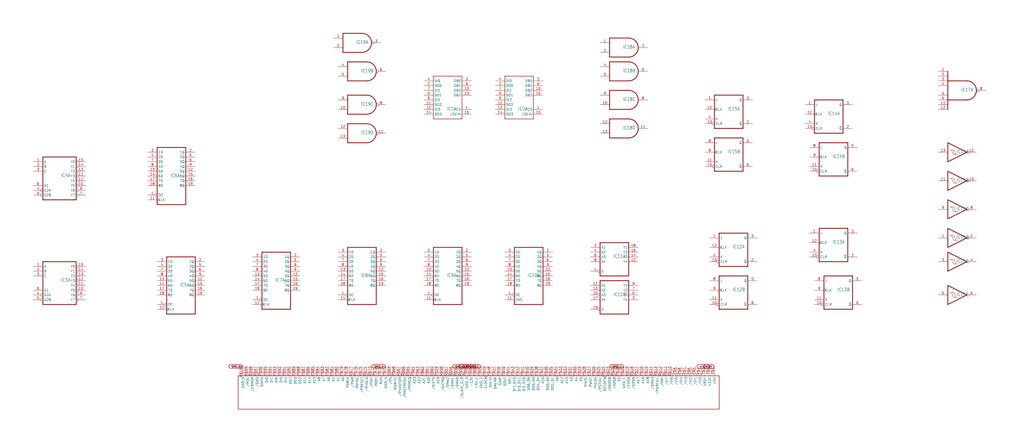
<source format=kicad_sch>
(kicad_sch (version 20211123) (generator eeschema)
  (paper "User" 546.1 239.09)
  (lib_symbols
    (symbol "1030-0e-eagle-import:7400N"
      (property "Reference" "IC" (at -0.635 -0.635 0))
      (symbol "7400N_1_0"
        (polyline (pts (xy -7.62 -5.08) (xy 2.54 -5.08)) (stroke (width 0.4064)))
        (polyline (pts (xy -7.62 5.08) (xy -7.62 -5.08)) (stroke (width 0.4064)))
        (polyline (pts (xy 2.54 5.08) (xy -7.62 5.08)) (stroke (width 0.4064)))
        (arc (start 2.54 -5.08) (mid 7.6199 0) (end 2.54 5.08) (stroke (width 0.4064)))
        (pin input line (at -12.7 2.54 0) (length 5.08) (name "I0") (number "1"))
        (pin input line (at -12.7 -2.54 0) (length 5.08) (name "I1") (number "2"))
        (pin output inverted (at 12.7 0 180) (length 5.08) (name "O") (number "3"))
      )
      (symbol "7400N_2_0"
        (polyline (pts (xy -7.62 -5.08) (xy 2.54 -5.08)) (stroke (width 0.4064)))
        (polyline (pts (xy -7.62 5.08) (xy -7.62 -5.08)) (stroke (width 0.4064)))
        (polyline (pts (xy 2.54 5.08) (xy -7.62 5.08)) (stroke (width 0.4064)))
        (arc (start 2.54 -5.08) (mid 7.6199 0) (end 2.54 5.08) (stroke (width 0.4064)))
        (pin input line (at -12.7 2.54 0) (length 5.08) (name "I0") (number "4"))
        (pin input line (at -12.7 -2.54 0) (length 5.08) (name "I1") (number "5"))
        (pin output inverted (at 12.7 0 180) (length 5.08) (name "O") (number "6"))
      )
      (symbol "7400N_3_0"
        (polyline (pts (xy -7.62 -5.08) (xy 2.54 -5.08)) (stroke (width 0.4064)))
        (polyline (pts (xy -7.62 5.08) (xy -7.62 -5.08)) (stroke (width 0.4064)))
        (polyline (pts (xy 2.54 5.08) (xy -7.62 5.08)) (stroke (width 0.4064)))
        (arc (start 2.54 -5.08) (mid 7.6199 0) (end 2.54 5.08) (stroke (width 0.4064)))
        (pin input line (at -12.7 -2.54 0) (length 5.08) (name "I1") (number "10"))
        (pin output inverted (at 12.7 0 180) (length 5.08) (name "O") (number "8"))
        (pin input line (at -12.7 2.54 0) (length 5.08) (name "I0") (number "9"))
      )
      (symbol "7400N_4_0"
        (polyline (pts (xy -7.62 -5.08) (xy 2.54 -5.08)) (stroke (width 0.4064)))
        (polyline (pts (xy -7.62 5.08) (xy -7.62 -5.08)) (stroke (width 0.4064)))
        (polyline (pts (xy 2.54 5.08) (xy -7.62 5.08)) (stroke (width 0.4064)))
        (arc (start 2.54 -5.08) (mid 7.6199 0) (end 2.54 5.08) (stroke (width 0.4064)))
        (pin output inverted (at 12.7 0 180) (length 5.08) (name "O") (number "11"))
        (pin input line (at -12.7 2.54 0) (length 5.08) (name "I0") (number "12"))
        (pin input line (at -12.7 -2.54 0) (length 5.08) (name "I1") (number "13"))
      )
      (symbol "7400N_5_0"
        (text "GND" (at 1.905 -7.62 900) (effects (font (size 1.27 1.0795)) (justify left bottom)))
        (text "VCC" (at 1.905 5.08 900) (effects (font (size 1.27 1.0795)) (justify left bottom)))
        (pin power_in line (at 0 10.16 270) (length 7.62) (name "VCC") (number "14"))
        (pin power_in line (at 0 -10.16 90) (length 7.62) (name "GND") (number "7"))
      )
    )
    (symbol "1030-0e-eagle-import:7408N"
      (property "Reference" "IC" (at -0.635 -0.635 0))
      (symbol "7408N_1_0"
        (polyline (pts (xy -7.62 -5.08) (xy 2.54 -5.08)) (stroke (width 0.4064)))
        (polyline (pts (xy -7.62 5.08) (xy -7.62 -5.08)) (stroke (width 0.4064)))
        (polyline (pts (xy 2.54 5.08) (xy -7.62 5.08)) (stroke (width 0.4064)))
        (arc (start 2.54 -5.08) (mid 7.6199 0) (end 2.54 5.08) (stroke (width 0.4064)))
        (pin input line (at -12.7 2.54 0) (length 5.08) (name "I0") (number "1"))
        (pin input line (at -12.7 -2.54 0) (length 5.08) (name "I1") (number "2"))
        (pin output line (at 12.7 0 180) (length 5.08) (name "O") (number "3"))
      )
      (symbol "7408N_2_0"
        (polyline (pts (xy -7.62 -5.08) (xy 2.54 -5.08)) (stroke (width 0.4064)))
        (polyline (pts (xy -7.62 5.08) (xy -7.62 -5.08)) (stroke (width 0.4064)))
        (polyline (pts (xy 2.54 5.08) (xy -7.62 5.08)) (stroke (width 0.4064)))
        (arc (start 2.54 -5.08) (mid 7.6199 0) (end 2.54 5.08) (stroke (width 0.4064)))
        (pin input line (at -12.7 2.54 0) (length 5.08) (name "I0") (number "4"))
        (pin input line (at -12.7 -2.54 0) (length 5.08) (name "I1") (number "5"))
        (pin output line (at 12.7 0 180) (length 5.08) (name "O") (number "6"))
      )
      (symbol "7408N_3_0"
        (polyline (pts (xy -7.62 -5.08) (xy 2.54 -5.08)) (stroke (width 0.4064)))
        (polyline (pts (xy -7.62 5.08) (xy -7.62 -5.08)) (stroke (width 0.4064)))
        (polyline (pts (xy 2.54 5.08) (xy -7.62 5.08)) (stroke (width 0.4064)))
        (arc (start 2.54 -5.08) (mid 7.6199 0) (end 2.54 5.08) (stroke (width 0.4064)))
        (pin input line (at -12.7 -2.54 0) (length 5.08) (name "I1") (number "10"))
        (pin output line (at 12.7 0 180) (length 5.08) (name "O") (number "8"))
        (pin input line (at -12.7 2.54 0) (length 5.08) (name "I0") (number "9"))
      )
      (symbol "7408N_4_0"
        (polyline (pts (xy -7.62 -5.08) (xy 2.54 -5.08)) (stroke (width 0.4064)))
        (polyline (pts (xy -7.62 5.08) (xy -7.62 -5.08)) (stroke (width 0.4064)))
        (polyline (pts (xy 2.54 5.08) (xy -7.62 5.08)) (stroke (width 0.4064)))
        (arc (start 2.54 -5.08) (mid 7.6199 0) (end 2.54 5.08) (stroke (width 0.4064)))
        (pin output line (at 12.7 0 180) (length 5.08) (name "O") (number "11"))
        (pin input line (at -12.7 2.54 0) (length 5.08) (name "I0") (number "12"))
        (pin input line (at -12.7 -2.54 0) (length 5.08) (name "I1") (number "13"))
      )
      (symbol "7408N_5_0"
        (text "GND" (at 1.905 -7.62 900) (effects (font (size 1.27 1.0795)) (justify left bottom)))
        (text "VCC" (at 1.905 5.08 900) (effects (font (size 1.27 1.0795)) (justify left bottom)))
        (pin power_in line (at 0 10.16 270) (length 7.62) (name "VCC") (number "14"))
        (pin power_in line (at 0 -10.16 90) (length 7.62) (name "GND") (number "7"))
      )
    )
    (symbol "1030-0e-eagle-import:74107N"
      (property "Reference" "IC" (at -0.635 -0.635 0))
      (symbol "74107N_1_0"
        (polyline (pts (xy -7.62 -10.16) (xy 7.62 -10.16)) (stroke (width 0.4064)))
        (polyline (pts (xy -7.62 7.62) (xy -7.62 -10.16)) (stroke (width 0.4064)))
        (polyline (pts (xy 7.62 -10.16) (xy 7.62 7.62)) (stroke (width 0.4064)))
        (polyline (pts (xy 7.62 7.62) (xy -7.62 7.62)) (stroke (width 0.4064)))
        (pin input line (at -12.7 5.08 0) (length 5.08) (name "J") (number "1"))
        (pin input clock (at -12.7 0 0) (length 5.08) (name "CLK") (number "12"))
        (pin input inverted (at -12.7 -7.62 0) (length 5.08) (name "CLR") (number "13"))
        (pin output line (at 12.7 -7.62 180) (length 5.08) (name "~{Q}") (number "2"))
        (pin output line (at 12.7 5.08 180) (length 5.08) (name "Q") (number "3"))
        (pin input line (at -12.7 -5.08 0) (length 5.08) (name "K") (number "4"))
      )
      (symbol "74107N_2_0"
        (polyline (pts (xy -7.62 -10.16) (xy 7.62 -10.16)) (stroke (width 0.4064)))
        (polyline (pts (xy -7.62 7.62) (xy -7.62 -10.16)) (stroke (width 0.4064)))
        (polyline (pts (xy 7.62 -10.16) (xy 7.62 7.62)) (stroke (width 0.4064)))
        (polyline (pts (xy 7.62 7.62) (xy -7.62 7.62)) (stroke (width 0.4064)))
        (pin input inverted (at -12.7 -7.62 0) (length 5.08) (name "CLR") (number "10"))
        (pin input line (at -12.7 -5.08 0) (length 5.08) (name "K") (number "11"))
        (pin output line (at 12.7 5.08 180) (length 5.08) (name "Q") (number "5"))
        (pin output line (at 12.7 -7.62 180) (length 5.08) (name "~{Q}") (number "6"))
        (pin input line (at -12.7 5.08 0) (length 5.08) (name "J") (number "8"))
        (pin input clock (at -12.7 0 0) (length 5.08) (name "CLK") (number "9"))
      )
      (symbol "74107N_3_0"
        (text "GND" (at 1.905 -7.62 900) (effects (font (size 1.27 1.0795)) (justify left bottom)))
        (text "VCC" (at 1.905 5.08 900) (effects (font (size 1.27 1.0795)) (justify left bottom)))
        (pin power_in line (at 0 10.16 270) (length 7.62) (name "VCC") (number "14"))
        (pin power_in line (at 0 -10.16 90) (length 7.62) (name "GND") (number "7"))
      )
    )
    (symbol "1030-0e-eagle-import:74138N"
      (property "Reference" "IC" (at -0.635 -0.635 0))
      (symbol "74138N_1_0"
        (polyline (pts (xy -10.16 -12.7) (xy 7.62 -12.7)) (stroke (width 0.4064)))
        (polyline (pts (xy -10.16 10.16) (xy -10.16 -12.7)) (stroke (width 0.4064)))
        (polyline (pts (xy 7.62 -12.7) (xy 7.62 10.16)) (stroke (width 0.4064)))
        (polyline (pts (xy 7.62 10.16) (xy -10.16 10.16)) (stroke (width 0.4064)))
        (pin input line (at -15.24 7.62 0) (length 5.08) (name "A") (number "1"))
        (pin output inverted (at 12.7 -5.08 180) (length 5.08) (name "Y5") (number "10"))
        (pin output inverted (at 12.7 -2.54 180) (length 5.08) (name "Y4") (number "11"))
        (pin output inverted (at 12.7 0 180) (length 5.08) (name "Y3") (number "12"))
        (pin output inverted (at 12.7 2.54 180) (length 5.08) (name "Y2") (number "13"))
        (pin output inverted (at 12.7 5.08 180) (length 5.08) (name "Y1") (number "14"))
        (pin output inverted (at 12.7 7.62 180) (length 5.08) (name "Y0") (number "15"))
        (pin input line (at -15.24 5.08 0) (length 5.08) (name "B") (number "2"))
        (pin input line (at -15.24 2.54 0) (length 5.08) (name "C") (number "3"))
        (pin input inverted (at -15.24 -7.62 0) (length 5.08) (name "G2A") (number "4"))
        (pin input inverted (at -15.24 -10.16 0) (length 5.08) (name "G2B") (number "5"))
        (pin input line (at -15.24 -5.08 0) (length 5.08) (name "G1") (number "6"))
        (pin output inverted (at 12.7 -10.16 180) (length 5.08) (name "Y7") (number "7"))
        (pin output inverted (at 12.7 -7.62 180) (length 5.08) (name "Y6") (number "9"))
      )
      (symbol "74138N_2_0"
        (text "GND" (at 1.905 -7.62 900) (effects (font (size 1.27 1.0795)) (justify left bottom)))
        (text "VCC" (at 1.905 5.08 900) (effects (font (size 1.27 1.0795)) (justify left bottom)))
        (pin power_in line (at 0 10.16 270) (length 7.62) (name "VCC") (number "16"))
        (pin power_in line (at 0 -10.16 90) (length 7.62) (name "GND") (number "8"))
      )
    )
    (symbol "1030-0e-eagle-import:7414N"
      (property "Reference" "IC" (at -0.635 -0.635 0))
      (symbol "7414N_1_0"
        (polyline (pts (xy -5.08 -5.08) (xy -5.08 5.08)) (stroke (width 0.4064)))
        (polyline (pts (xy -5.08 5.08) (xy 5.08 0)) (stroke (width 0.4064)))
        (polyline (pts (xy -3.937 1.27) (xy -3.048 1.27)) (stroke (width 0.1524)))
        (polyline (pts (xy -3.048 1.27) (xy -1.778 1.27)) (stroke (width 0.1524)))
        (polyline (pts (xy -2.032 -1.27) (xy -3.048 1.27)) (stroke (width 0.1524)))
        (polyline (pts (xy -2.032 -1.27) (xy -0.762 -1.27)) (stroke (width 0.1524)))
        (polyline (pts (xy -0.762 -1.27) (xy -1.778 1.27)) (stroke (width 0.1524)))
        (polyline (pts (xy -0.762 -1.27) (xy 0.127 -1.27)) (stroke (width 0.1524)))
        (polyline (pts (xy 5.08 0) (xy -5.08 -5.08)) (stroke (width 0.4064)))
        (pin output inverted (at 10.16 0 180) (length 5.08) (name "O") (number "12"))
        (pin input line (at -10.16 0 0) (length 5.08) (name "I") (number "13"))
      )
      (symbol "7414N_2_0"
        (polyline (pts (xy -5.08 -5.08) (xy -5.08 5.08)) (stroke (width 0.4064)))
        (polyline (pts (xy -5.08 5.08) (xy 5.08 0)) (stroke (width 0.4064)))
        (polyline (pts (xy -3.937 1.27) (xy -3.048 1.27)) (stroke (width 0.1524)))
        (polyline (pts (xy -3.048 1.27) (xy -1.778 1.27)) (stroke (width 0.1524)))
        (polyline (pts (xy -2.032 -1.27) (xy -3.048 1.27)) (stroke (width 0.1524)))
        (polyline (pts (xy -2.032 -1.27) (xy -0.762 -1.27)) (stroke (width 0.1524)))
        (polyline (pts (xy -0.762 -1.27) (xy -1.778 1.27)) (stroke (width 0.1524)))
        (polyline (pts (xy -0.762 -1.27) (xy 0.127 -1.27)) (stroke (width 0.1524)))
        (polyline (pts (xy 5.08 0) (xy -5.08 -5.08)) (stroke (width 0.4064)))
        (pin output inverted (at 10.16 0 180) (length 5.08) (name "O") (number "10"))
        (pin input line (at -10.16 0 0) (length 5.08) (name "I") (number "11"))
      )
      (symbol "7414N_3_0"
        (polyline (pts (xy -5.08 -5.08) (xy -5.08 5.08)) (stroke (width 0.4064)))
        (polyline (pts (xy -5.08 5.08) (xy 5.08 0)) (stroke (width 0.4064)))
        (polyline (pts (xy -3.937 1.27) (xy -3.048 1.27)) (stroke (width 0.1524)))
        (polyline (pts (xy -3.048 1.27) (xy -1.778 1.27)) (stroke (width 0.1524)))
        (polyline (pts (xy -2.032 -1.27) (xy -3.048 1.27)) (stroke (width 0.1524)))
        (polyline (pts (xy -2.032 -1.27) (xy -0.762 -1.27)) (stroke (width 0.1524)))
        (polyline (pts (xy -0.762 -1.27) (xy -1.778 1.27)) (stroke (width 0.1524)))
        (polyline (pts (xy -0.762 -1.27) (xy 0.127 -1.27)) (stroke (width 0.1524)))
        (polyline (pts (xy 5.08 0) (xy -5.08 -5.08)) (stroke (width 0.4064)))
        (pin output inverted (at 10.16 0 180) (length 5.08) (name "O") (number "8"))
        (pin input line (at -10.16 0 0) (length 5.08) (name "I") (number "9"))
      )
      (symbol "7414N_4_0"
        (polyline (pts (xy -5.08 -5.08) (xy -5.08 5.08)) (stroke (width 0.4064)))
        (polyline (pts (xy -5.08 5.08) (xy 5.08 0)) (stroke (width 0.4064)))
        (polyline (pts (xy -3.937 1.27) (xy -3.048 1.27)) (stroke (width 0.1524)))
        (polyline (pts (xy -3.048 1.27) (xy -1.778 1.27)) (stroke (width 0.1524)))
        (polyline (pts (xy -2.032 -1.27) (xy -3.048 1.27)) (stroke (width 0.1524)))
        (polyline (pts (xy -2.032 -1.27) (xy -0.762 -1.27)) (stroke (width 0.1524)))
        (polyline (pts (xy -0.762 -1.27) (xy -1.778 1.27)) (stroke (width 0.1524)))
        (polyline (pts (xy -0.762 -1.27) (xy 0.127 -1.27)) (stroke (width 0.1524)))
        (polyline (pts (xy 5.08 0) (xy -5.08 -5.08)) (stroke (width 0.4064)))
        (pin input line (at -10.16 0 0) (length 5.08) (name "I") (number "1"))
        (pin output inverted (at 10.16 0 180) (length 5.08) (name "O") (number "2"))
      )
      (symbol "7414N_5_0"
        (polyline (pts (xy -5.08 -5.08) (xy -5.08 5.08)) (stroke (width 0.4064)))
        (polyline (pts (xy -5.08 5.08) (xy 5.08 0)) (stroke (width 0.4064)))
        (polyline (pts (xy -3.937 1.27) (xy -3.048 1.27)) (stroke (width 0.1524)))
        (polyline (pts (xy -3.048 1.27) (xy -1.778 1.27)) (stroke (width 0.1524)))
        (polyline (pts (xy -2.032 -1.27) (xy -3.048 1.27)) (stroke (width 0.1524)))
        (polyline (pts (xy -2.032 -1.27) (xy -0.762 -1.27)) (stroke (width 0.1524)))
        (polyline (pts (xy -0.762 -1.27) (xy -1.778 1.27)) (stroke (width 0.1524)))
        (polyline (pts (xy -0.762 -1.27) (xy 0.127 -1.27)) (stroke (width 0.1524)))
        (polyline (pts (xy 5.08 0) (xy -5.08 -5.08)) (stroke (width 0.4064)))
        (pin input line (at -10.16 0 0) (length 5.08) (name "I") (number "3"))
        (pin output inverted (at 10.16 0 180) (length 5.08) (name "O") (number "4"))
      )
      (symbol "7414N_6_0"
        (polyline (pts (xy -5.08 -5.08) (xy -5.08 5.08)) (stroke (width 0.4064)))
        (polyline (pts (xy -5.08 5.08) (xy 5.08 0)) (stroke (width 0.4064)))
        (polyline (pts (xy -3.937 1.27) (xy -3.048 1.27)) (stroke (width 0.1524)))
        (polyline (pts (xy -3.048 1.27) (xy -1.778 1.27)) (stroke (width 0.1524)))
        (polyline (pts (xy -2.032 -1.27) (xy -3.048 1.27)) (stroke (width 0.1524)))
        (polyline (pts (xy -2.032 -1.27) (xy -0.762 -1.27)) (stroke (width 0.1524)))
        (polyline (pts (xy -0.762 -1.27) (xy -1.778 1.27)) (stroke (width 0.1524)))
        (polyline (pts (xy -0.762 -1.27) (xy 0.127 -1.27)) (stroke (width 0.1524)))
        (polyline (pts (xy 5.08 0) (xy -5.08 -5.08)) (stroke (width 0.4064)))
        (pin input line (at -10.16 0 0) (length 5.08) (name "I") (number "5"))
        (pin output inverted (at 10.16 0 180) (length 5.08) (name "O") (number "6"))
      )
      (symbol "7414N_7_0"
        (text "GND" (at 1.905 -7.62 900) (effects (font (size 1.27 1.0795)) (justify left bottom)))
        (text "VCC" (at 1.905 5.08 900) (effects (font (size 1.27 1.0795)) (justify left bottom)))
        (pin power_in line (at 0 10.16 270) (length 7.62) (name "VCC") (number "14"))
        (pin power_in line (at 0 -10.16 90) (length 7.62) (name "GND") (number "7"))
      )
    )
    (symbol "1030-0e-eagle-import:74244N"
      (property "Reference" "IC" (at -0.635 -0.635 0))
      (symbol "74244N_1_0"
        (polyline (pts (xy -7.62 -10.16) (xy 7.62 -10.16)) (stroke (width 0.4064)))
        (polyline (pts (xy -7.62 7.62) (xy -7.62 -10.16)) (stroke (width 0.4064)))
        (polyline (pts (xy 7.62 -10.16) (xy 7.62 7.62)) (stroke (width 0.4064)))
        (polyline (pts (xy 7.62 7.62) (xy -7.62 7.62)) (stroke (width 0.4064)))
        (pin input inverted (at -12.7 -7.62 0) (length 5.08) (name "G") (number "1"))
        (pin tri_state line (at 12.7 -2.54 180) (length 5.08) (name "Y4") (number "12"))
        (pin tri_state line (at 12.7 0 180) (length 5.08) (name "Y3") (number "14"))
        (pin tri_state line (at 12.7 2.54 180) (length 5.08) (name "Y2") (number "16"))
        (pin tri_state line (at 12.7 5.08 180) (length 5.08) (name "Y1") (number "18"))
        (pin input line (at -12.7 5.08 0) (length 5.08) (name "A1") (number "2"))
        (pin input line (at -12.7 2.54 0) (length 5.08) (name "A2") (number "4"))
        (pin input line (at -12.7 0 0) (length 5.08) (name "A3") (number "6"))
        (pin input line (at -12.7 -2.54 0) (length 5.08) (name "A4") (number "8"))
      )
      (symbol "74244N_2_0"
        (polyline (pts (xy -7.62 -10.16) (xy 7.62 -10.16)) (stroke (width 0.4064)))
        (polyline (pts (xy -7.62 7.62) (xy -7.62 -10.16)) (stroke (width 0.4064)))
        (polyline (pts (xy 7.62 -10.16) (xy 7.62 7.62)) (stroke (width 0.4064)))
        (polyline (pts (xy 7.62 7.62) (xy -7.62 7.62)) (stroke (width 0.4064)))
        (pin input line (at -12.7 5.08 0) (length 5.08) (name "A1") (number "11"))
        (pin input line (at -12.7 2.54 0) (length 5.08) (name "A2") (number "13"))
        (pin input line (at -12.7 0 0) (length 5.08) (name "A3") (number "15"))
        (pin input line (at -12.7 -2.54 0) (length 5.08) (name "A4") (number "17"))
        (pin input inverted (at -12.7 -7.62 0) (length 5.08) (name "G") (number "19"))
        (pin tri_state line (at 12.7 -2.54 180) (length 5.08) (name "Y4") (number "3"))
        (pin tri_state line (at 12.7 0 180) (length 5.08) (name "Y3") (number "5"))
        (pin tri_state line (at 12.7 2.54 180) (length 5.08) (name "Y2") (number "7"))
        (pin tri_state line (at 12.7 5.08 180) (length 5.08) (name "Y1") (number "9"))
      )
      (symbol "74244N_3_0"
        (text "GND" (at 1.905 -7.62 900) (effects (font (size 1.27 1.0795)) (justify left bottom)))
        (text "VCC" (at 1.905 5.08 900) (effects (font (size 1.27 1.0795)) (justify left bottom)))
        (pin power_in line (at 0 -10.16 90) (length 7.62) (name "GND") (number "10"))
        (pin power_in line (at 0 10.16 270) (length 7.62) (name "VCC") (number "20"))
      )
    )
    (symbol "1030-0e-eagle-import:7430N"
      (property "Reference" "IC" (at -0.635 -0.635 0))
      (symbol "7430N_1_0"
        (polyline (pts (xy -7.62 -5.08) (xy 2.54 -5.08)) (stroke (width 0.4064)))
        (polyline (pts (xy -7.62 5.08) (xy 2.54 5.08)) (stroke (width 0.4064)))
        (polyline (pts (xy -7.62 10.16) (xy -7.62 -10.16)) (stroke (width 0.4064)))
        (arc (start 2.54 -5.08) (mid 7.6199 0) (end 2.54 5.08) (stroke (width 0.4064)))
        (pin input line (at -12.7 10.16 0) (length 5.08) (name "I0") (number "1"))
        (pin input line (at -12.7 -7.62 0) (length 5.08) (name "I6") (number "11"))
        (pin input line (at -12.7 -10.16 0) (length 5.08) (name "I7") (number "12"))
        (pin input line (at -12.7 7.62 0) (length 5.08) (name "I1") (number "2"))
        (pin input line (at -12.7 5.08 0) (length 5.08) (name "I2") (number "3"))
        (pin input line (at -12.7 2.54 0) (length 5.08) (name "I3") (number "4"))
        (pin input line (at -12.7 -2.54 0) (length 5.08) (name "I4") (number "5"))
        (pin input line (at -12.7 -5.08 0) (length 5.08) (name "I5") (number "6"))
        (pin output inverted (at 12.7 0 180) (length 5.08) (name "O") (number "8"))
      )
      (symbol "7430N_2_0"
        (text "GND" (at 1.905 -7.62 900) (effects (font (size 1.27 1.0795)) (justify left bottom)))
        (text "VCC" (at 1.905 5.08 900) (effects (font (size 1.27 1.0795)) (justify left bottom)))
        (pin power_in line (at 0 10.16 270) (length 7.62) (name "VCC") (number "14"))
        (pin power_in line (at 0 -10.16 90) (length 7.62) (name "GND") (number "7"))
      )
    )
    (symbol "1030-0e-eagle-import:74373N"
      (property "Reference" "IC" (at -0.635 -0.635 0))
      (symbol "74373N_1_0"
        (polyline (pts (xy -7.62 -15.24) (xy 7.62 -15.24)) (stroke (width 0.4064)))
        (polyline (pts (xy -7.62 15.24) (xy -7.62 -15.24)) (stroke (width 0.4064)))
        (polyline (pts (xy 7.62 -15.24) (xy 7.62 15.24)) (stroke (width 0.4064)))
        (polyline (pts (xy 7.62 15.24) (xy -7.62 15.24)) (stroke (width 0.4064)))
        (pin input inverted (at -12.7 -10.16 0) (length 5.08) (name "OC") (number "1"))
        (pin input line (at -12.7 -12.7 0) (length 5.08) (name "ENC") (number "11"))
        (pin tri_state line (at 12.7 2.54 180) (length 5.08) (name "5Q") (number "12"))
        (pin input line (at -12.7 2.54 0) (length 5.08) (name "5D") (number "13"))
        (pin input line (at -12.7 0 0) (length 5.08) (name "6D") (number "14"))
        (pin tri_state line (at 12.7 0 180) (length 5.08) (name "6Q") (number "15"))
        (pin tri_state line (at 12.7 -2.54 180) (length 5.08) (name "7Q") (number "16"))
        (pin input line (at -12.7 -2.54 0) (length 5.08) (name "7D") (number "17"))
        (pin input line (at -12.7 -5.08 0) (length 5.08) (name "8D") (number "18"))
        (pin tri_state line (at 12.7 -5.08 180) (length 5.08) (name "8Q") (number "19"))
        (pin tri_state line (at 12.7 12.7 180) (length 5.08) (name "1Q") (number "2"))
        (pin input line (at -12.7 12.7 0) (length 5.08) (name "1D") (number "3"))
        (pin input line (at -12.7 10.16 0) (length 5.08) (name "2D") (number "4"))
        (pin tri_state line (at 12.7 10.16 180) (length 5.08) (name "2Q") (number "5"))
        (pin tri_state line (at 12.7 7.62 180) (length 5.08) (name "3Q") (number "6"))
        (pin input line (at -12.7 7.62 0) (length 5.08) (name "3D") (number "7"))
        (pin input line (at -12.7 5.08 0) (length 5.08) (name "4D") (number "8"))
        (pin tri_state line (at 12.7 5.08 180) (length 5.08) (name "4Q") (number "9"))
      )
      (symbol "74373N_2_0"
        (text "GND" (at 1.905 -7.62 900) (effects (font (size 1.27 1.0795)) (justify left bottom)))
        (text "VCC" (at 1.905 5.08 900) (effects (font (size 1.27 1.0795)) (justify left bottom)))
        (pin power_in line (at 0 -10.16 90) (length 7.62) (name "GND") (number "10"))
        (pin power_in line (at 0 10.16 270) (length 7.62) (name "VCC") (number "20"))
      )
    )
    (symbol "1030-0e-eagle-import:74374N"
      (property "Reference" "IC" (at -0.635 -0.635 0))
      (symbol "74374N_1_0"
        (polyline (pts (xy -7.62 -15.24) (xy 7.62 -15.24)) (stroke (width 0.4064)))
        (polyline (pts (xy -7.62 15.24) (xy -7.62 -15.24)) (stroke (width 0.4064)))
        (polyline (pts (xy 7.62 -15.24) (xy 7.62 15.24)) (stroke (width 0.4064)))
        (polyline (pts (xy 7.62 15.24) (xy -7.62 15.24)) (stroke (width 0.4064)))
        (pin input inverted (at -12.7 -10.16 0) (length 5.08) (name "OC") (number "1"))
        (pin input clock (at -12.7 -12.7 0) (length 5.08) (name "CLK") (number "11"))
        (pin tri_state line (at 12.7 2.54 180) (length 5.08) (name "5Q") (number "12"))
        (pin input line (at -12.7 2.54 0) (length 5.08) (name "5D") (number "13"))
        (pin input line (at -12.7 0 0) (length 5.08) (name "6D") (number "14"))
        (pin tri_state line (at 12.7 0 180) (length 5.08) (name "6Q") (number "15"))
        (pin tri_state line (at 12.7 -2.54 180) (length 5.08) (name "7Q") (number "16"))
        (pin input line (at -12.7 -2.54 0) (length 5.08) (name "7D") (number "17"))
        (pin input line (at -12.7 -5.08 0) (length 5.08) (name "8D") (number "18"))
        (pin tri_state line (at 12.7 -5.08 180) (length 5.08) (name "8Q") (number "19"))
        (pin tri_state line (at 12.7 12.7 180) (length 5.08) (name "1Q") (number "2"))
        (pin input line (at -12.7 12.7 0) (length 5.08) (name "1D") (number "3"))
        (pin input line (at -12.7 10.16 0) (length 5.08) (name "2D") (number "4"))
        (pin tri_state line (at 12.7 10.16 180) (length 5.08) (name "2Q") (number "5"))
        (pin tri_state line (at 12.7 7.62 180) (length 5.08) (name "3Q") (number "6"))
        (pin input line (at -12.7 7.62 0) (length 5.08) (name "3D") (number "7"))
        (pin input line (at -12.7 5.08 0) (length 5.08) (name "4D") (number "8"))
        (pin tri_state line (at 12.7 5.08 180) (length 5.08) (name "4Q") (number "9"))
      )
      (symbol "74374N_2_0"
        (text "GND" (at 1.905 -7.62 900) (effects (font (size 1.27 1.0795)) (justify left bottom)))
        (text "VCC" (at 1.905 5.08 900) (effects (font (size 1.27 1.0795)) (justify left bottom)))
        (pin power_in line (at 0 -10.16 90) (length 7.62) (name "GND") (number "10"))
        (pin power_in line (at 0 10.16 270) (length 7.62) (name "VCC") (number "20"))
      )
    )
    (symbol "1030-0e-eagle-import:P8216"
      (property "Reference" "IC" (at -0.635 -0.635 0))
      (symbol "P8216_1_0"
        (polyline (pts (xy -7.62 -5.08) (xy 7.62 -5.08)) (stroke (width 0.254)))
        (polyline (pts (xy -7.62 17.78) (xy -7.62 -5.08)) (stroke (width 0.254)))
        (polyline (pts (xy 7.62 -5.08) (xy 7.62 17.78)) (stroke (width 0.254)))
        (polyline (pts (xy 7.62 17.78) (xy -7.62 17.78)) (stroke (width 0.254)))
        (pin bidirectional line (at 12.7 0 180) (length 5.08) (name "/CS") (number "1"))
        (pin bidirectional line (at 12.7 10.16 180) (length 5.08) (name "DB2") (number "10"))
        (pin bidirectional line (at -12.7 2.54 0) (length 5.08) (name "DO2") (number "11"))
        (pin bidirectional line (at -12.7 0 0) (length 5.08) (name "DI3") (number "12"))
        (pin bidirectional line (at 12.7 7.62 180) (length 5.08) (name "DB3") (number "13"))
        (pin bidirectional line (at -12.7 -2.54 0) (length 5.08) (name "DO3") (number "14"))
        (pin bidirectional line (at 12.7 -2.54 180) (length 5.08) (name "/DEIN") (number "15"))
        (pin bidirectional line (at -12.7 12.7 0) (length 5.08) (name "DO0") (number "2"))
        (pin bidirectional line (at 12.7 15.24 180) (length 5.08) (name "DB0") (number "3"))
        (pin bidirectional line (at -12.7 15.24 0) (length 5.08) (name "DI0") (number "4"))
        (pin bidirectional line (at -12.7 7.62 0) (length 5.08) (name "DO1") (number "5"))
        (pin bidirectional line (at 12.7 12.7 180) (length 5.08) (name "DB1") (number "6"))
        (pin bidirectional line (at -12.7 10.16 0) (length 5.08) (name "DI1") (number "7"))
        (pin bidirectional line (at -12.7 5.08 0) (length 5.08) (name "DI2") (number "9"))
      )
      (symbol "P8216_2_0"
        (text "GND" (at 1.905 -7.62 900) (effects (font (size 1.27 1.0795)) (justify left bottom)))
        (text "VCC" (at 1.905 5.08 900) (effects (font (size 1.27 1.0795)) (justify left bottom)))
        (pin power_in line (at 0 10.16 270) (length 7.62) (name "VCC") (number "16"))
        (pin power_in line (at 0 -10.16 90) (length 7.62) (name "GND") (number "8"))
      )
    )
    (symbol "1030-0e-eagle-import:S100_MALE"
      (symbol "S100_MALE_1_0"
        (polyline (pts (xy -7.62 -109.22) (xy 10.16 -109.22)) (stroke (width 0.254)))
        (polyline (pts (xy -7.62 147.32) (xy -7.62 -109.22)) (stroke (width 0.254)))
        (polyline (pts (xy 10.16 -109.22) (xy 10.16 147.32)) (stroke (width 0.254)))
        (polyline (pts (xy 10.16 147.32) (xy -7.62 147.32)) (stroke (width 0.254)))
        (pin power_in line (at -12.7 144.78 0) (length 5.08) (name "+5V") (number "P$1"))
        (pin bidirectional inverted (at -12.7 121.92 0) (length 5.08) (name "/VI6") (number "P$10"))
        (pin power_in line (at -12.7 -106.68 0) (length 5.08) (name "GND_5") (number "P$100"))
        (pin bidirectional inverted (at -12.7 119.38 0) (length 5.08) (name "/VI7") (number "P$11"))
        (pin bidirectional inverted (at -12.7 116.84 0) (length 5.08) (name "/NMI") (number "P$12"))
        (pin bidirectional inverted (at -12.7 114.3 0) (length 5.08) (name "/PWRFAIL") (number "P$13"))
        (pin bidirectional inverted (at -12.7 111.76 0) (length 5.08) (name "/DMA3") (number "P$14"))
        (pin bidirectional line (at -12.7 109.22 0) (length 5.08) (name "A18") (number "P$15"))
        (pin bidirectional line (at -12.7 106.68 0) (length 5.08) (name "A16") (number "P$16"))
        (pin bidirectional line (at -12.7 104.14 0) (length 5.08) (name "A17") (number "P$17"))
        (pin bidirectional inverted (at -12.7 101.6 0) (length 5.08) (name "/SDSB") (number "P$18"))
        (pin bidirectional inverted (at -12.7 99.06 0) (length 5.08) (name "/CDSB") (number "P$19"))
        (pin power_in line (at -12.7 142.24 0) (length 5.08) (name "+12V") (number "P$2"))
        (pin power_in line (at -12.7 96.52 0) (length 5.08) (name "GND_1") (number "P$20"))
        (pin bidirectional line (at -12.7 93.98 0) (length 5.08) (name "SS") (number "P$21"))
        (pin bidirectional inverted (at -12.7 91.44 0) (length 5.08) (name "/ADSB") (number "P$22"))
        (pin bidirectional inverted (at -12.7 88.9 0) (length 5.08) (name "/DODSB") (number "P$23"))
        (pin bidirectional clock (at -12.7 86.36 0) (length 5.08) (name "MCLOCK") (number "P$24"))
        (pin bidirectional inverted (at -12.7 83.82 0) (length 5.08) (name "/PSTVAL") (number "P$25"))
        (pin bidirectional line (at -12.7 81.28 0) (length 5.08) (name "PHLDA") (number "P$26"))
        (pin bidirectional line (at -12.7 78.74 0) (length 5.08) (name "PWAIT") (number "P$27"))
        (pin bidirectional line (at -12.7 76.2 0) (length 5.08) (name "PINTE") (number "P$28"))
        (pin bidirectional line (at -12.7 73.66 0) (length 5.08) (name "A5") (number "P$29"))
        (pin bidirectional line (at -12.7 139.7 0) (length 5.08) (name "XRDY") (number "P$3"))
        (pin bidirectional line (at -12.7 71.12 0) (length 5.08) (name "A4") (number "P$30"))
        (pin bidirectional line (at -12.7 68.58 0) (length 5.08) (name "A3") (number "P$31"))
        (pin bidirectional line (at -12.7 66.04 0) (length 5.08) (name "A15") (number "P$32"))
        (pin bidirectional line (at -12.7 63.5 0) (length 5.08) (name "A12") (number "P$33"))
        (pin bidirectional line (at -12.7 60.96 0) (length 5.08) (name "A9") (number "P$34"))
        (pin bidirectional line (at -12.7 58.42 0) (length 5.08) (name "DO1_D1") (number "P$35"))
        (pin bidirectional line (at -12.7 55.88 0) (length 5.08) (name "DO0_D0") (number "P$36"))
        (pin bidirectional line (at -12.7 53.34 0) (length 5.08) (name "A10") (number "P$37"))
        (pin bidirectional line (at -12.7 50.8 0) (length 5.08) (name "DO4_D4") (number "P$38"))
        (pin bidirectional line (at -12.7 48.26 0) (length 5.08) (name "DO5_D5") (number "P$39"))
        (pin bidirectional inverted (at -12.7 137.16 0) (length 5.08) (name "/VI0") (number "P$4"))
        (pin bidirectional line (at -12.7 45.72 0) (length 5.08) (name "DO6_D6") (number "P$40"))
        (pin bidirectional line (at -12.7 43.18 0) (length 5.08) (name "DI2_D10") (number "P$41"))
        (pin bidirectional line (at -12.7 40.64 0) (length 5.08) (name "DI3_D11") (number "P$42"))
        (pin bidirectional line (at -12.7 38.1 0) (length 5.08) (name "DI7_D15") (number "P$43"))
        (pin bidirectional line (at -12.7 35.56 0) (length 5.08) (name "SM1") (number "P$44"))
        (pin bidirectional line (at -12.7 33.02 0) (length 5.08) (name "SOUT") (number "P$45"))
        (pin bidirectional line (at -12.7 30.48 0) (length 5.08) (name "SINP") (number "P$46"))
        (pin bidirectional line (at -12.7 27.94 0) (length 5.08) (name "SMEMR") (number "P$47"))
        (pin bidirectional line (at -12.7 25.4 0) (length 5.08) (name "SHLTA") (number "P$48"))
        (pin bidirectional clock (at -12.7 22.86 0) (length 5.08) (name "CLOCK") (number "P$49"))
        (pin bidirectional inverted (at -12.7 134.62 0) (length 5.08) (name "/VI1") (number "P$5"))
        (pin power_in line (at -12.7 20.32 0) (length 5.08) (name "GND_2") (number "P$50"))
        (pin power_in line (at -12.7 17.78 0) (length 5.08) (name "+5V_1") (number "P$51"))
        (pin power_in line (at -12.7 15.24 0) (length 5.08) (name "-12V") (number "P$52"))
        (pin power_in line (at -12.7 12.7 0) (length 5.08) (name "GND_3") (number "P$53"))
        (pin bidirectional inverted (at -12.7 10.16 0) (length 5.08) (name "/SLAVE_CLR") (number "P$54"))
        (pin bidirectional inverted (at -12.7 7.62 0) (length 5.08) (name "/DMA0") (number "P$55"))
        (pin bidirectional inverted (at -12.7 5.08 0) (length 5.08) (name "/DMA1") (number "P$56"))
        (pin bidirectional inverted (at -12.7 2.54 0) (length 5.08) (name "/DMA2") (number "P$57"))
        (pin bidirectional inverted (at -12.7 0 0) (length 5.08) (name "/SXTRQ") (number "P$58"))
        (pin bidirectional line (at -12.7 -2.54 0) (length 5.08) (name "A19") (number "P$59"))
        (pin bidirectional inverted (at -12.7 132.08 0) (length 5.08) (name "/VI2") (number "P$6"))
        (pin bidirectional inverted (at -12.7 -5.08 0) (length 5.08) (name "/SIXTN") (number "P$60"))
        (pin bidirectional line (at -12.7 -7.62 0) (length 5.08) (name "A20") (number "P$61"))
        (pin bidirectional line (at -12.7 -10.16 0) (length 5.08) (name "A21") (number "P$62"))
        (pin bidirectional line (at -12.7 -12.7 0) (length 5.08) (name "A22") (number "P$63"))
        (pin bidirectional line (at -12.7 -15.24 0) (length 5.08) (name "A23") (number "P$64"))
        (pin bidirectional inverted (at -12.7 -17.78 0) (length 5.08) (name "/PMREQ") (number "P$65"))
        (pin bidirectional inverted (at -12.7 -20.32 0) (length 5.08) (name "/PREFRESH") (number "P$66"))
        (pin bidirectional inverted (at -12.7 -22.86 0) (length 5.08) (name "/PHANTOM") (number "P$67"))
        (pin bidirectional line (at -12.7 -25.4 0) (length 5.08) (name "MWRITE") (number "P$68"))
        (pin bidirectional inverted (at -12.7 -27.94 0) (length 5.08) (name "/PS") (number "P$69"))
        (pin bidirectional inverted (at -12.7 129.54 0) (length 5.08) (name "/VI3") (number "P$7"))
        (pin power_in line (at -12.7 -30.48 0) (length 5.08) (name "GND_4") (number "P$70"))
        (pin bidirectional line (at -12.7 -33.02 0) (length 5.08) (name "RUN") (number "P$71"))
        (pin bidirectional line (at -12.7 -35.56 0) (length 5.08) (name "PRDY") (number "P$72"))
        (pin bidirectional inverted (at -12.7 -38.1 0) (length 5.08) (name "/PINT") (number "P$73"))
        (pin bidirectional inverted (at -12.7 -40.64 0) (length 5.08) (name "/PHOLD") (number "P$74"))
        (pin bidirectional inverted (at -12.7 -43.18 0) (length 5.08) (name "/PRESET") (number "P$75"))
        (pin bidirectional line (at -12.7 -45.72 0) (length 5.08) (name "PSYNC") (number "P$76"))
        (pin bidirectional inverted (at -12.7 -48.26 0) (length 5.08) (name "/PWR") (number "P$77"))
        (pin bidirectional line (at -12.7 -50.8 0) (length 5.08) (name "PDBIN") (number "P$78"))
        (pin bidirectional line (at -12.7 -53.34 0) (length 5.08) (name "A0") (number "P$79"))
        (pin bidirectional inverted (at -12.7 127 0) (length 5.08) (name "/VI4") (number "P$8"))
        (pin bidirectional line (at -12.7 -55.88 0) (length 5.08) (name "A1") (number "P$80"))
        (pin bidirectional line (at -12.7 -58.42 0) (length 5.08) (name "A2") (number "P$81"))
        (pin bidirectional line (at -12.7 -60.96 0) (length 5.08) (name "A6") (number "P$82"))
        (pin bidirectional line (at -12.7 -63.5 0) (length 5.08) (name "A7") (number "P$83"))
        (pin bidirectional line (at -12.7 -66.04 0) (length 5.08) (name "A8") (number "P$84"))
        (pin bidirectional line (at -12.7 -68.58 0) (length 5.08) (name "A13") (number "P$85"))
        (pin bidirectional line (at -12.7 -71.12 0) (length 5.08) (name "A14") (number "P$86"))
        (pin bidirectional line (at -12.7 -73.66 0) (length 5.08) (name "A11") (number "P$87"))
        (pin bidirectional line (at -12.7 -76.2 0) (length 5.08) (name "DO2") (number "P$88"))
        (pin bidirectional line (at -12.7 -78.74 0) (length 5.08) (name "DO3") (number "P$89"))
        (pin bidirectional inverted (at -12.7 124.46 0) (length 5.08) (name "/VI5") (number "P$9"))
        (pin bidirectional line (at -12.7 -81.28 0) (length 5.08) (name "DO7") (number "P$90"))
        (pin bidirectional line (at -12.7 -83.82 0) (length 5.08) (name "DI4") (number "P$91"))
        (pin bidirectional line (at -12.7 -86.36 0) (length 5.08) (name "DI5") (number "P$92"))
        (pin bidirectional line (at -12.7 -88.9 0) (length 5.08) (name "DI6") (number "P$93"))
        (pin bidirectional line (at -12.7 -91.44 0) (length 5.08) (name "DI1") (number "P$94"))
        (pin bidirectional line (at -12.7 -93.98 0) (length 5.08) (name "DI0") (number "P$95"))
        (pin bidirectional line (at -12.7 -96.52 0) (length 5.08) (name "SINTA") (number "P$96"))
        (pin bidirectional inverted (at -12.7 -99.06 0) (length 5.08) (name "/SWO") (number "P$97"))
        (pin bidirectional inverted (at -12.7 -101.6 0) (length 5.08) (name "/ERROR") (number "P$98"))
        (pin bidirectional inverted (at -12.7 -104.14 0) (length 5.08) (name "/POC") (number "P$99"))
      )
    )
  )
  (global_label "-12V" (shape bidirectional) (at 251.46 195.58 180) (effects (font (size 1.016 1.016))) (property "Intersheet References" "${INTERSHEET_REFS}" (effects hide)))
  (global_label "+5V_1" (shape bidirectional) (at 254 195.58 180) (effects (font (size 1.016 1.016))) (property "Intersheet References" "${INTERSHEET_REFS}" (effects hide)))
  (global_label "GND_1" (shape bidirectional) (at 332.74 195.58 180) (effects (font (size 1.016 1.016))) (property "Intersheet References" "${INTERSHEET_REFS}" (effects hide)))
  (global_label "GND_2" (shape bidirectional) (at 256.54 195.58 180) (effects (font (size 1.016 1.016))) (property "Intersheet References" "${INTERSHEET_REFS}" (effects hide)))
  (global_label "GND_4" (shape bidirectional) (at 205.74 195.58 180) (effects (font (size 1.016 1.016))) (property "Intersheet References" "${INTERSHEET_REFS}" (effects hide)))
  (global_label "+12V" (shape bidirectional) (at 378.46 195.58 180) (effects (font (size 1.016 1.016))) (property "Intersheet References" "${INTERSHEET_REFS}" (effects hide)))
  (global_label "GND_2" (shape bidirectional) (at 256.54 195.58 180) (effects (font (size 1.016 1.016))) (property "Intersheet References" "${INTERSHEET_REFS}" (effects hide)))
  (global_label "GND_3" (shape bidirectional) (at 248.92 195.58 180) (effects (font (size 1.016 1.016))) (property "Intersheet References" "${INTERSHEET_REFS}" (effects hide)))
  (global_label "GND_1" (shape bidirectional) (at 332.74 195.58 180) (effects (font (size 1.016 1.016))) (property "Intersheet References" "${INTERSHEET_REFS}" (effects hide)))
  (global_label "+12V" (shape bidirectional) (at 378.46 195.58 180) (effects (font (size 1.016 1.016))) (property "Intersheet References" "${INTERSHEET_REFS}" (effects hide)))
  (global_label "+5V" (shape bidirectional) (at 381 195.58 180) (effects (font (size 1.016 1.016))) (property "Intersheet References" "${INTERSHEET_REFS}" (effects hide)))
  (global_label "GND_5" (shape bidirectional) (at 129.54 195.58 180) (effects (font (size 1.016 1.016))) (property "Intersheet References" "${INTERSHEET_REFS}" (effects hide)))
  (global_label "GND_3" (shape bidirectional) (at 248.92 195.58 180) (effects (font (size 1.016 1.016))) (property "Intersheet References" "${INTERSHEET_REFS}" (effects hide)))
  (global_label "GND_5" (shape bidirectional) (at 129.54 195.58 180) (effects (font (size 1.016 1.016))) (property "Intersheet References" "${INTERSHEET_REFS}" (effects hide)))
  (global_label "+5V_1" (shape bidirectional) (at 254 195.58 180) (effects (font (size 1.016 1.016))) (property "Intersheet References" "${INTERSHEET_REFS}" (effects hide)))
  (global_label "GND_4" (shape bidirectional) (at 205.74 195.58 180) (effects (font (size 1.016 1.016))) (property "Intersheet References" "${INTERSHEET_REFS}" (effects hide)))
  (global_label "+5V" (shape bidirectional) (at 381 195.58 180) (effects (font (size 1.016 1.016))) (property "Intersheet References" "${INTERSHEET_REFS}" (effects hide)))
  (global_label "-12V" (shape bidirectional) (at 251.46 195.58 180) (effects (font (size 1.016 1.016))) (property "Intersheet References" "${INTERSHEET_REFS}" (effects hide)))
  (symbol (lib_id "1030-0e-eagle-import:7414N") (at 510.54 127 0) (unit 4)
    (property "Reference" "IC16" (at 509.905 127.635 0) (effects (font (size 1.778 1.5113)) (justify left bottom)))
    (property "Value" "7414N" (effects hide))
    (property "Footprint" "1030-0e:DIL14" (effects hide))
  )
  (symbol (lib_id "1030-0e-eagle-import:7400N") (at 193.04 71.12 0) (unit 4)
    (property "Reference" "IC19" (at 192.405 71.755 0) (effects (font (size 1.778 1.5113)) (justify left bottom)))
    (property "Value" "7400N" (effects hide))
    (property "Footprint" "1030-0e:DIL14" (effects hide))
  )
  (symbol (lib_id "1030-0e-eagle-import:7408N") (at 332.74 68.58 0) (unit 4)
    (property "Reference" "IC18" (at 332.105 69.215 0) (effects (font (size 1.778 1.5113)) (justify left bottom)))
    (property "Value" "7408N" (effects hide))
    (property "Footprint" "1030-0e:DIL14" (effects hide))
  )
  (symbol (lib_id "1030-0e-eagle-import:74107N") (at 441.96 60.96 0) (unit 1)
    (property "Reference" "IC14" (at 441.325 61.595 0) (effects (font (size 1.778 1.5113)) (justify left bottom)))
    (property "Value" "74107N" (effects hide))
    (property "Footprint" "1030-0e:DIL14" (effects hide))
  )
  (symbol (lib_id "1030-0e-eagle-import:7430N") (at 513.08 48.26 0) (unit 1)
    (property "Reference" "IC17" (at 512.445 48.895 0) (effects (font (size 1.778 1.5113)) (justify left bottom)))
    (property "Value" "7430N" (effects hide))
    (property "Footprint" "1030-0e:DIL14" (effects hide))
  )
  (symbol (lib_id "1030-0e-eagle-import:74107N") (at 391.16 132.08 0) (unit 1)
    (property "Reference" "IC12" (at 390.525 132.715 0) (effects (font (size 1.778 1.5113)) (justify left bottom)))
    (property "Value" "74107N" (effects hide))
    (property "Footprint" "1030-0e:DIL14" (effects hide))
  )
  (symbol (lib_id "1030-0e-eagle-import:7408N") (at 332.74 53.34 0) (unit 3)
    (property "Reference" "IC18" (at 332.105 53.975 0) (effects (font (size 1.778 1.5113)) (justify left bottom)))
    (property "Value" "7408N" (effects hide))
    (property "Footprint" "1030-0e:DIL14" (effects hide))
  )
  (symbol (lib_id "1030-0e-eagle-import:7400N") (at 193.04 55.88 0) (unit 3)
    (property "Reference" "IC19" (at 192.405 56.515 0) (effects (font (size 1.778 1.5113)) (justify left bottom)))
    (property "Value" "7400N" (effects hide))
    (property "Footprint" "1030-0e:DIL14" (effects hide))
  )
  (symbol (lib_id "1030-0e-eagle-import:7414N") (at 510.54 111.76 0) (unit 3)
    (property "Reference" "IC16" (at 509.905 112.395 0) (effects (font (size 1.778 1.5113)) (justify left bottom)))
    (property "Value" "7414N" (effects hide))
    (property "Footprint" "1030-0e:DIL14" (effects hide))
  )
  (symbol (lib_id "1030-0e-eagle-import:74374N") (at 147.32 149.86 0) (unit 1)
    (property "Reference" "IC7" (at 146.685 150.495 0) (effects (font (size 1.778 1.5113)) (justify left bottom)))
    (property "Value" "74374N" (effects hide))
    (property "Footprint" "1030-0e:DIL20" (effects hide))
  )
  (symbol (lib_id "1030-0e-eagle-import:74107N") (at 444.5 129.54 0) (unit 1)
    (property "Reference" "IC13" (at 443.865 130.175 0) (effects (font (size 1.778 1.5113)) (justify left bottom)))
    (property "Value" "74107N" (effects hide))
    (property "Footprint" "1030-0e:DIL14" (effects hide))
  )
  (symbol (lib_id "1030-0e-eagle-import:74107N") (at 444.5 83.82 0) (unit 2)
    (property "Reference" "IC14" (at 443.865 84.455 0) (effects (font (size 1.778 1.5113)) (justify left bottom)))
    (property "Value" "74107N" (effects hide))
    (property "Footprint" "1030-0e:DIL14" (effects hide))
  )
  (symbol (lib_id "1030-0e-eagle-import:7400N") (at 190.5 22.86 0) (unit 1)
    (property "Reference" "IC19" (at 189.865 23.495 0) (effects (font (size 1.778 1.5113)) (justify left bottom)))
    (property "Value" "7400N" (effects hide))
    (property "Footprint" "1030-0e:DIL14" (effects hide))
  )
  (symbol (lib_id "1030-0e-eagle-import:74374N") (at 238.76 147.32 0) (unit 1)
    (property "Reference" "IC9" (at 238.125 147.955 0) (effects (font (size 1.778 1.5113)) (justify left bottom)))
    (property "Value" "74374N" (effects hide))
    (property "Footprint" "1030-0e:DIL20" (effects hide))
  )
  (symbol (lib_id "1030-0e-eagle-import:74138N") (at 33.02 93.98 0) (unit 1)
    (property "Reference" "IC4" (at 32.385 94.615 0) (effects (font (size 1.778 1.5113)) (justify left bottom)))
    (property "Value" "74138N" (effects hide))
    (property "Footprint" "1030-0e:DIL16" (effects hide))
  )
  (symbol (lib_id "1030-0e-eagle-import:P8216") (at 238.76 58.42 0) (unit 1)
    (property "Reference" "IC1" (at 238.125 59.055 0) (effects (font (size 1.778 1.5113)) (justify left bottom)))
    (property "Value" "P8216" (effects hide))
    (property "Footprint" "1030-0e:DIL16" (effects hide))
  )
  (symbol (lib_id "1030-0e-eagle-import:7414N") (at 510.54 81.28 0) (unit 1)
    (property "Reference" "IC16" (at 509.905 81.915 0) (effects (font (size 1.778 1.5113)) (justify left bottom)))
    (property "Value" "7414N" (effects hide))
    (property "Footprint" "1030-0e:DIL14" (effects hide))
  )
  (symbol (lib_id "1030-0e-eagle-import:7408N") (at 332.74 25.4 0) (unit 1)
    (property "Reference" "IC18" (at 332.105 26.035 0) (effects (font (size 1.778 1.5113)) (justify left bottom)))
    (property "Value" "7408N" (effects hide))
    (property "Footprint" "1030-0e:DIL14" (effects hide))
  )
  (symbol (lib_id "1030-0e-eagle-import:74373N") (at 281.94 147.32 0) (unit 1)
    (property "Reference" "IC10" (at 281.305 147.955 0) (effects (font (size 1.778 1.5113)) (justify left bottom)))
    (property "Value" "74373N" (effects hide))
    (property "Footprint" "1030-0e:DIL20" (effects hide))
  )
  (symbol (lib_id "1030-0e-eagle-import:74107N") (at 388.62 58.42 0) (unit 1)
    (property "Reference" "IC15" (at 387.985 59.055 0) (effects (font (size 1.778 1.5113)) (justify left bottom)))
    (property "Value" "74107N" (effects hide))
    (property "Footprint" "1030-0e:DIL14" (effects hide))
  )
  (symbol (lib_id "1030-0e-eagle-import:7414N") (at 510.54 139.7 0) (unit 5)
    (property "Reference" "IC16" (at 509.905 140.335 0) (effects (font (size 1.778 1.5113)) (justify left bottom)))
    (property "Value" "7414N" (effects hide))
    (property "Footprint" "1030-0e:DIL14" (effects hide))
  )
  (symbol (lib_id "1030-0e-eagle-import:74374N") (at 193.04 147.32 0) (unit 1)
    (property "Reference" "IC8" (at 192.405 147.955 0) (effects (font (size 1.778 1.5113)) (justify left bottom)))
    (property "Value" "74374N" (effects hide))
    (property "Footprint" "1030-0e:DIL20" (effects hide))
  )
  (symbol (lib_id "1030-0e-eagle-import:74138N") (at 33.02 149.86 0) (unit 1)
    (property "Reference" "IC3" (at 32.385 150.495 0) (effects (font (size 1.778 1.5113)) (justify left bottom)))
    (property "Value" "74138N" (effects hide))
    (property "Footprint" "1030-0e:DIL16" (effects hide))
  )
  (symbol (lib_id "1030-0e-eagle-import:74374N") (at 96.52 152.4 0) (unit 1)
    (property "Reference" "IC5" (at 95.885 153.035 0) (effects (font (size 1.778 1.5113)) (justify left bottom)))
    (property "Value" "74374N" (effects hide))
    (property "Footprint" "1030-0e:DIL20" (effects hide))
  )
  (symbol (lib_id "1030-0e-eagle-import:74374N") (at 91.44 93.98 0) (unit 1)
    (property "Reference" "IC6" (at 90.805 94.615 0) (effects (font (size 1.778 1.5113)) (justify left bottom)))
    (property "Value" "74374N" (effects hide))
    (property "Footprint" "1030-0e:DIL20" (effects hide))
  )
  (symbol (lib_id "1030-0e-eagle-import:7408N") (at 332.74 38.1 0) (unit 2)
    (property "Reference" "IC18" (at 332.105 38.735 0) (effects (font (size 1.778 1.5113)) (justify left bottom)))
    (property "Value" "7408N" (effects hide))
    (property "Footprint" "1030-0e:DIL14" (effects hide))
  )
  (symbol (lib_id "1030-0e-eagle-import:74244N") (at 327.66 137.16 0) (unit 1)
    (property "Reference" "IC11" (at 327.025 137.795 0) (effects (font (size 1.778 1.5113)) (justify left bottom)))
    (property "Value" "74244N" (effects hide))
    (property "Footprint" "1030-0e:DIL20" (effects hide))
  )
  (symbol (lib_id "1030-0e-eagle-import:7414N") (at 510.54 96.52 0) (unit 2)
    (property "Reference" "IC16" (at 509.905 97.155 0) (effects (font (size 1.778 1.5113)) (justify left bottom)))
    (property "Value" "7414N" (effects hide))
    (property "Footprint" "1030-0e:DIL14" (effects hide))
  )
  (symbol (lib_id "1030-0e-eagle-import:74107N") (at 447.04 154.94 0) (unit 2)
    (property "Reference" "IC13" (at 446.405 155.575 0) (effects (font (size 1.778 1.5113)) (justify left bottom)))
    (property "Value" "74107N" (effects hide))
    (property "Footprint" "1030-0e:DIL14" (effects hide))
  )
  (symbol (lib_id "1030-0e-eagle-import:74107N") (at 388.62 81.28 0) (unit 2)
    (property "Reference" "IC15" (at 387.985 81.915 0) (effects (font (size 1.778 1.5113)) (justify left bottom)))
    (property "Value" "74107N" (effects hide))
    (property "Footprint" "1030-0e:DIL14" (effects hide))
  )
  (symbol (lib_id "1030-0e-eagle-import:74244N") (at 327.66 157.48 0) (unit 2)
    (property "Reference" "IC11" (at 327.025 158.115 0) (effects (font (size 1.778 1.5113)) (justify left bottom)))
    (property "Value" "74244N" (effects hide))
    (property "Footprint" "1030-0e:DIL20" (effects hide))
  )
  (symbol (lib_id "1030-0e-eagle-import:7400N") (at 193.04 38.1 0) (unit 2)
    (property "Reference" "IC19" (at 192.405 38.735 0) (effects (font (size 1.778 1.5113)) (justify left bottom)))
    (property "Value" "7400N" (effects hide))
    (property "Footprint" "1030-0e:DIL14" (effects hide))
  )
  (symbol (lib_id "1030-0e-eagle-import:7414N") (at 510.54 157.48 0) (unit 6)
    (property "Reference" "IC16" (at 509.905 158.115 0) (effects (font (size 1.778 1.5113)) (justify left bottom)))
    (property "Value" "7414N" (effects hide))
    (property "Footprint" "1030-0e:DIL14" (effects hide))
  )
  (symbol (lib_id "1030-0e-eagle-import:S100_MALE") (at 236.22 208.28 270) (unit 1)
    (property "Reference" "U$1" (effects hide))
    (property "Value" "S100_MALE" (effects hide))
    (property "Footprint" "1030-0e:S100_MALE" (effects hide))
  )
  (symbol (lib_id "1030-0e-eagle-import:P8216") (at 276.86 58.42 0) (unit 1)
    (property "Reference" "IC2" (at 276.225 59.055 0) (effects (font (size 1.778 1.5113)) (justify left bottom)))
    (property "Value" "P8216" (effects hide))
    (property "Footprint" "1030-0e:DIL16" (effects hide))
  )
  (symbol (lib_id "1030-0e-eagle-import:74107N") (at 391.16 154.94 0) (unit 2)
    (property "Reference" "IC12" (at 390.525 155.575 0) (effects (font (size 1.778 1.5113)) (justify left bottom)))
    (property "Value" "74107N" (effects hide))
    (property "Footprint" "1030-0e:DIL14" (effects hide))
  )
)
</source>
